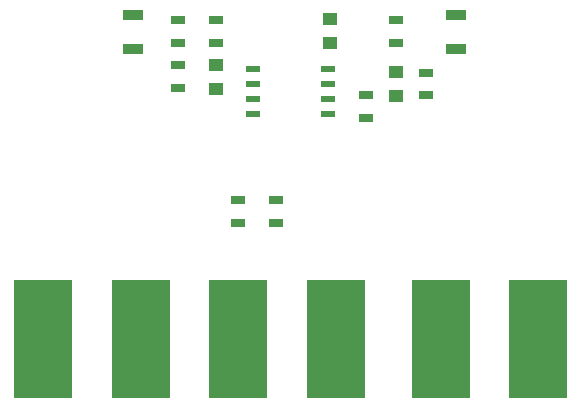
<source format=gbr>
%TF.GenerationSoftware,KiCad,Pcbnew,7.0.1*%
%TF.CreationDate,2024-03-13T10:09:07+01:00*%
%TF.ProjectId,bar_test_proto,6261725f-7465-4737-945f-70726f746f2e,rev?*%
%TF.SameCoordinates,Original*%
%TF.FileFunction,Paste,Top*%
%TF.FilePolarity,Positive*%
%FSLAX46Y46*%
G04 Gerber Fmt 4.6, Leading zero omitted, Abs format (unit mm)*
G04 Created by KiCad (PCBNEW 7.0.1) date 2024-03-13 10:09:07*
%MOMM*%
%LPD*%
G01*
G04 APERTURE LIST*
%ADD10R,5.000000X10.000000*%
%ADD11R,1.300000X0.700000*%
%ADD12R,1.250000X1.000000*%
%ADD13R,1.700000X0.900000*%
%ADD14R,1.143000X0.508000*%
G04 APERTURE END LIST*
D10*
%TO.C,ADC1*%
X149225000Y-94615000D03*
%TD*%
D11*
%TO.C,R7*%
X154305000Y-69530000D03*
X154305000Y-67630000D03*
%TD*%
%TO.C,R9*%
X144145000Y-84770000D03*
X144145000Y-82870000D03*
%TD*%
%TO.C,R10*%
X140970000Y-82870000D03*
X140970000Y-84770000D03*
%TD*%
%TO.C,R6*%
X156845000Y-72075000D03*
X156845000Y-73975000D03*
%TD*%
D10*
%TO.C,+12V*%
X132715000Y-94615000D03*
%TD*%
%TO.C,ADC2*%
X158115000Y-94615000D03*
%TD*%
D11*
%TO.C,R3*%
X135890000Y-69530000D03*
X135890000Y-67630000D03*
%TD*%
D10*
%TO.C,GND*%
X166370000Y-94615000D03*
%TD*%
D12*
%TO.C,C3*%
X148752504Y-69540534D03*
X148752504Y-67540534D03*
%TD*%
%TO.C,C2*%
X154305000Y-74025000D03*
X154305000Y-72025000D03*
%TD*%
D13*
%TO.C,R2*%
X132080000Y-70030000D03*
X132080000Y-67130000D03*
%TD*%
%TO.C,R8*%
X159385000Y-70030000D03*
X159385000Y-67130000D03*
%TD*%
D10*
%TO.C,+24V*%
X124460000Y-94615000D03*
%TD*%
%TO.C,Vref*%
X140970000Y-94615000D03*
%TD*%
D11*
%TO.C,R1*%
X139065000Y-69530000D03*
X139065000Y-67630000D03*
%TD*%
D14*
%TO.C,U1*%
X142240000Y-71755000D03*
X142240000Y-73025000D03*
X142240000Y-74295000D03*
X142240000Y-75565000D03*
X148590000Y-75565000D03*
X148590000Y-74295000D03*
X148590000Y-73025000D03*
X148590000Y-71755000D03*
%TD*%
D12*
%TO.C,C1*%
X139065000Y-73390000D03*
X139065000Y-71390000D03*
%TD*%
D11*
%TO.C,R4*%
X135890000Y-71440000D03*
X135890000Y-73340000D03*
%TD*%
%TO.C,R5*%
X151765000Y-75880000D03*
X151765000Y-73980000D03*
%TD*%
M02*

</source>
